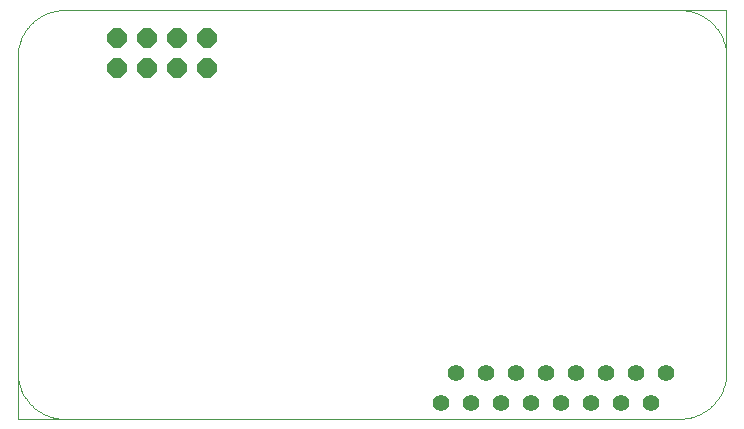
<source format=gbs>
G75*
%MOIN*%
%OFA0B0*%
%FSLAX25Y25*%
%IPPOS*%
%LPD*%
%AMOC8*
5,1,8,0,0,1.08239X$1,22.5*
%
%ADD10C,0.00000*%
%ADD11OC8,0.06400*%
%ADD12C,0.05550*%
D10*
X0006118Y0012146D02*
X0006118Y0026320D01*
X0006118Y0027894D02*
X0006118Y0133406D01*
X0006137Y0133787D01*
X0006166Y0134168D01*
X0006204Y0134547D01*
X0006251Y0134926D01*
X0006308Y0135303D01*
X0006374Y0135679D01*
X0006449Y0136053D01*
X0006533Y0136426D01*
X0006627Y0136796D01*
X0006729Y0137163D01*
X0006841Y0137528D01*
X0006961Y0137890D01*
X0007090Y0138249D01*
X0007228Y0138605D01*
X0007374Y0138957D01*
X0007530Y0139306D01*
X0007693Y0139651D01*
X0007865Y0139991D01*
X0008046Y0140328D01*
X0008234Y0140659D01*
X0008431Y0140986D01*
X0008635Y0141309D01*
X0008848Y0141626D01*
X0009068Y0141937D01*
X0009296Y0142243D01*
X0009531Y0142544D01*
X0009773Y0142839D01*
X0010023Y0143127D01*
X0010280Y0143410D01*
X0010543Y0143686D01*
X0010813Y0143955D01*
X0011090Y0144218D01*
X0011373Y0144474D01*
X0011662Y0144723D01*
X0011957Y0144965D01*
X0012258Y0145199D01*
X0012565Y0145426D01*
X0012877Y0145646D01*
X0013195Y0145858D01*
X0013517Y0146061D01*
X0013845Y0146257D01*
X0014177Y0146445D01*
X0014514Y0146625D01*
X0014854Y0146796D01*
X0015200Y0146959D01*
X0015549Y0147113D01*
X0015901Y0147259D01*
X0016257Y0147396D01*
X0016617Y0147525D01*
X0016979Y0147644D01*
X0017344Y0147755D01*
X0017712Y0147856D01*
X0018082Y0147949D01*
X0018455Y0148032D01*
X0018829Y0148106D01*
X0019205Y0148171D01*
X0019582Y0148227D01*
X0019961Y0148274D01*
X0020341Y0148311D01*
X0020722Y0148339D01*
X0021103Y0148358D01*
X0021484Y0148367D01*
X0021866Y0148367D01*
X0227378Y0148367D01*
X0228165Y0148367D02*
X0242339Y0148367D01*
X0242339Y0134194D01*
X0242339Y0132619D02*
X0242339Y0027107D01*
X0242338Y0027107D02*
X0242319Y0026726D01*
X0242290Y0026345D01*
X0242252Y0025966D01*
X0242205Y0025587D01*
X0242148Y0025210D01*
X0242082Y0024834D01*
X0242007Y0024460D01*
X0241923Y0024087D01*
X0241829Y0023717D01*
X0241727Y0023350D01*
X0241615Y0022985D01*
X0241495Y0022623D01*
X0241366Y0022264D01*
X0241228Y0021908D01*
X0241082Y0021556D01*
X0240926Y0021207D01*
X0240763Y0020862D01*
X0240591Y0020522D01*
X0240410Y0020185D01*
X0240222Y0019854D01*
X0240025Y0019527D01*
X0239821Y0019204D01*
X0239608Y0018887D01*
X0239388Y0018576D01*
X0239160Y0018270D01*
X0238925Y0017969D01*
X0238683Y0017674D01*
X0238433Y0017386D01*
X0238176Y0017103D01*
X0237913Y0016827D01*
X0237643Y0016558D01*
X0237366Y0016295D01*
X0237083Y0016039D01*
X0236794Y0015790D01*
X0236499Y0015548D01*
X0236198Y0015314D01*
X0235891Y0015087D01*
X0235579Y0014867D01*
X0235261Y0014655D01*
X0234939Y0014452D01*
X0234611Y0014256D01*
X0234279Y0014068D01*
X0233942Y0013888D01*
X0233602Y0013717D01*
X0233256Y0013554D01*
X0232907Y0013400D01*
X0232555Y0013254D01*
X0232199Y0013117D01*
X0231839Y0012988D01*
X0231477Y0012869D01*
X0231112Y0012758D01*
X0230744Y0012657D01*
X0230374Y0012564D01*
X0230001Y0012481D01*
X0229627Y0012407D01*
X0229251Y0012342D01*
X0228874Y0012286D01*
X0228495Y0012239D01*
X0228115Y0012202D01*
X0227734Y0012174D01*
X0227353Y0012155D01*
X0226972Y0012146D01*
X0226590Y0012146D01*
X0226591Y0012146D02*
X0021079Y0012146D01*
X0006118Y0012146D01*
X0021079Y0012147D02*
X0020698Y0012166D01*
X0020317Y0012195D01*
X0019938Y0012233D01*
X0019559Y0012280D01*
X0019182Y0012337D01*
X0018806Y0012403D01*
X0018432Y0012478D01*
X0018059Y0012562D01*
X0017689Y0012656D01*
X0017322Y0012758D01*
X0016957Y0012870D01*
X0016595Y0012990D01*
X0016236Y0013119D01*
X0015880Y0013257D01*
X0015528Y0013403D01*
X0015179Y0013559D01*
X0014834Y0013722D01*
X0014494Y0013894D01*
X0014157Y0014075D01*
X0013826Y0014263D01*
X0013499Y0014460D01*
X0013176Y0014664D01*
X0012859Y0014877D01*
X0012548Y0015097D01*
X0012242Y0015325D01*
X0011941Y0015560D01*
X0011646Y0015802D01*
X0011358Y0016052D01*
X0011075Y0016309D01*
X0010799Y0016572D01*
X0010530Y0016842D01*
X0010267Y0017119D01*
X0010011Y0017402D01*
X0009762Y0017691D01*
X0009520Y0017986D01*
X0009286Y0018287D01*
X0009059Y0018594D01*
X0008839Y0018906D01*
X0008627Y0019224D01*
X0008424Y0019546D01*
X0008228Y0019874D01*
X0008040Y0020206D01*
X0007860Y0020543D01*
X0007689Y0020883D01*
X0007526Y0021229D01*
X0007372Y0021578D01*
X0007226Y0021930D01*
X0007089Y0022286D01*
X0006960Y0022646D01*
X0006841Y0023008D01*
X0006730Y0023373D01*
X0006629Y0023741D01*
X0006536Y0024111D01*
X0006453Y0024484D01*
X0006379Y0024858D01*
X0006314Y0025234D01*
X0006258Y0025611D01*
X0006211Y0025990D01*
X0006174Y0026370D01*
X0006146Y0026751D01*
X0006127Y0027132D01*
X0006118Y0027513D01*
X0006118Y0027895D01*
X0227378Y0148367D02*
X0227759Y0148348D01*
X0228140Y0148319D01*
X0228519Y0148281D01*
X0228898Y0148234D01*
X0229275Y0148177D01*
X0229651Y0148111D01*
X0230025Y0148036D01*
X0230398Y0147952D01*
X0230768Y0147858D01*
X0231135Y0147756D01*
X0231500Y0147644D01*
X0231862Y0147524D01*
X0232221Y0147395D01*
X0232577Y0147257D01*
X0232929Y0147111D01*
X0233278Y0146955D01*
X0233623Y0146792D01*
X0233963Y0146620D01*
X0234300Y0146439D01*
X0234631Y0146251D01*
X0234958Y0146054D01*
X0235281Y0145850D01*
X0235598Y0145637D01*
X0235909Y0145417D01*
X0236215Y0145189D01*
X0236516Y0144954D01*
X0236811Y0144712D01*
X0237099Y0144462D01*
X0237382Y0144205D01*
X0237658Y0143942D01*
X0237927Y0143672D01*
X0238190Y0143395D01*
X0238446Y0143112D01*
X0238695Y0142823D01*
X0238937Y0142528D01*
X0239171Y0142227D01*
X0239398Y0141920D01*
X0239618Y0141608D01*
X0239830Y0141290D01*
X0240033Y0140968D01*
X0240229Y0140640D01*
X0240417Y0140308D01*
X0240597Y0139971D01*
X0240768Y0139631D01*
X0240931Y0139285D01*
X0241085Y0138936D01*
X0241231Y0138584D01*
X0241368Y0138228D01*
X0241497Y0137868D01*
X0241616Y0137506D01*
X0241727Y0137141D01*
X0241828Y0136773D01*
X0241921Y0136403D01*
X0242004Y0136030D01*
X0242078Y0135656D01*
X0242143Y0135280D01*
X0242199Y0134903D01*
X0242246Y0134524D01*
X0242283Y0134144D01*
X0242311Y0133763D01*
X0242330Y0133382D01*
X0242339Y0133001D01*
X0242339Y0132619D01*
D11*
X0069150Y0129194D03*
X0059150Y0129194D03*
X0049150Y0129194D03*
X0039150Y0129194D03*
X0039150Y0139194D03*
X0049150Y0139194D03*
X0059150Y0139194D03*
X0069150Y0139194D03*
D12*
X0152063Y0027383D03*
X0162063Y0027383D03*
X0172063Y0027383D03*
X0182063Y0027383D03*
X0192063Y0027383D03*
X0202063Y0027383D03*
X0212063Y0027383D03*
X0222063Y0027383D03*
X0217063Y0017383D03*
X0207063Y0017383D03*
X0197063Y0017383D03*
X0187063Y0017383D03*
X0177063Y0017383D03*
X0167063Y0017383D03*
X0157063Y0017383D03*
X0147063Y0017383D03*
M02*

</source>
